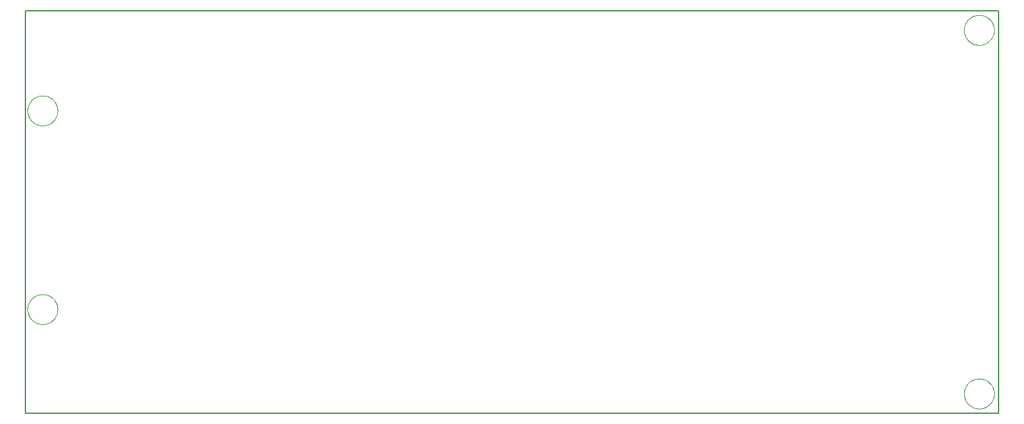
<source format=gko>
G75*
%MOIN*%
%OFA0B0*%
%FSLAX25Y25*%
%IPPOS*%
%LPD*%
%AMOC8*
5,1,8,0,0,1.08239X$1,22.5*
%
%ADD10C,0.00800*%
%ADD11C,0.00000*%
D10*
X0116670Y0035689D02*
X0627280Y0035689D01*
X0627280Y0246969D01*
X0116670Y0246969D01*
X0116670Y0035689D01*
D11*
X0117910Y0090236D02*
X0117912Y0090429D01*
X0117919Y0090622D01*
X0117931Y0090815D01*
X0117948Y0091008D01*
X0117969Y0091200D01*
X0117995Y0091391D01*
X0118026Y0091582D01*
X0118061Y0091772D01*
X0118101Y0091961D01*
X0118146Y0092149D01*
X0118195Y0092336D01*
X0118249Y0092522D01*
X0118307Y0092706D01*
X0118370Y0092889D01*
X0118438Y0093070D01*
X0118509Y0093249D01*
X0118586Y0093427D01*
X0118666Y0093603D01*
X0118751Y0093776D01*
X0118840Y0093948D01*
X0118933Y0094117D01*
X0119030Y0094284D01*
X0119132Y0094449D01*
X0119237Y0094611D01*
X0119346Y0094770D01*
X0119460Y0094927D01*
X0119577Y0095080D01*
X0119697Y0095231D01*
X0119822Y0095379D01*
X0119950Y0095524D01*
X0120081Y0095665D01*
X0120216Y0095804D01*
X0120355Y0095939D01*
X0120496Y0096070D01*
X0120641Y0096198D01*
X0120789Y0096323D01*
X0120940Y0096443D01*
X0121093Y0096560D01*
X0121250Y0096674D01*
X0121409Y0096783D01*
X0121571Y0096888D01*
X0121736Y0096990D01*
X0121903Y0097087D01*
X0122072Y0097180D01*
X0122244Y0097269D01*
X0122417Y0097354D01*
X0122593Y0097434D01*
X0122771Y0097511D01*
X0122950Y0097582D01*
X0123131Y0097650D01*
X0123314Y0097713D01*
X0123498Y0097771D01*
X0123684Y0097825D01*
X0123871Y0097874D01*
X0124059Y0097919D01*
X0124248Y0097959D01*
X0124438Y0097994D01*
X0124629Y0098025D01*
X0124820Y0098051D01*
X0125012Y0098072D01*
X0125205Y0098089D01*
X0125398Y0098101D01*
X0125591Y0098108D01*
X0125784Y0098110D01*
X0125977Y0098108D01*
X0126170Y0098101D01*
X0126363Y0098089D01*
X0126556Y0098072D01*
X0126748Y0098051D01*
X0126939Y0098025D01*
X0127130Y0097994D01*
X0127320Y0097959D01*
X0127509Y0097919D01*
X0127697Y0097874D01*
X0127884Y0097825D01*
X0128070Y0097771D01*
X0128254Y0097713D01*
X0128437Y0097650D01*
X0128618Y0097582D01*
X0128797Y0097511D01*
X0128975Y0097434D01*
X0129151Y0097354D01*
X0129324Y0097269D01*
X0129496Y0097180D01*
X0129665Y0097087D01*
X0129832Y0096990D01*
X0129997Y0096888D01*
X0130159Y0096783D01*
X0130318Y0096674D01*
X0130475Y0096560D01*
X0130628Y0096443D01*
X0130779Y0096323D01*
X0130927Y0096198D01*
X0131072Y0096070D01*
X0131213Y0095939D01*
X0131352Y0095804D01*
X0131487Y0095665D01*
X0131618Y0095524D01*
X0131746Y0095379D01*
X0131871Y0095231D01*
X0131991Y0095080D01*
X0132108Y0094927D01*
X0132222Y0094770D01*
X0132331Y0094611D01*
X0132436Y0094449D01*
X0132538Y0094284D01*
X0132635Y0094117D01*
X0132728Y0093948D01*
X0132817Y0093776D01*
X0132902Y0093603D01*
X0132982Y0093427D01*
X0133059Y0093249D01*
X0133130Y0093070D01*
X0133198Y0092889D01*
X0133261Y0092706D01*
X0133319Y0092522D01*
X0133373Y0092336D01*
X0133422Y0092149D01*
X0133467Y0091961D01*
X0133507Y0091772D01*
X0133542Y0091582D01*
X0133573Y0091391D01*
X0133599Y0091200D01*
X0133620Y0091008D01*
X0133637Y0090815D01*
X0133649Y0090622D01*
X0133656Y0090429D01*
X0133658Y0090236D01*
X0133656Y0090043D01*
X0133649Y0089850D01*
X0133637Y0089657D01*
X0133620Y0089464D01*
X0133599Y0089272D01*
X0133573Y0089081D01*
X0133542Y0088890D01*
X0133507Y0088700D01*
X0133467Y0088511D01*
X0133422Y0088323D01*
X0133373Y0088136D01*
X0133319Y0087950D01*
X0133261Y0087766D01*
X0133198Y0087583D01*
X0133130Y0087402D01*
X0133059Y0087223D01*
X0132982Y0087045D01*
X0132902Y0086869D01*
X0132817Y0086696D01*
X0132728Y0086524D01*
X0132635Y0086355D01*
X0132538Y0086188D01*
X0132436Y0086023D01*
X0132331Y0085861D01*
X0132222Y0085702D01*
X0132108Y0085545D01*
X0131991Y0085392D01*
X0131871Y0085241D01*
X0131746Y0085093D01*
X0131618Y0084948D01*
X0131487Y0084807D01*
X0131352Y0084668D01*
X0131213Y0084533D01*
X0131072Y0084402D01*
X0130927Y0084274D01*
X0130779Y0084149D01*
X0130628Y0084029D01*
X0130475Y0083912D01*
X0130318Y0083798D01*
X0130159Y0083689D01*
X0129997Y0083584D01*
X0129832Y0083482D01*
X0129665Y0083385D01*
X0129496Y0083292D01*
X0129324Y0083203D01*
X0129151Y0083118D01*
X0128975Y0083038D01*
X0128797Y0082961D01*
X0128618Y0082890D01*
X0128437Y0082822D01*
X0128254Y0082759D01*
X0128070Y0082701D01*
X0127884Y0082647D01*
X0127697Y0082598D01*
X0127509Y0082553D01*
X0127320Y0082513D01*
X0127130Y0082478D01*
X0126939Y0082447D01*
X0126748Y0082421D01*
X0126556Y0082400D01*
X0126363Y0082383D01*
X0126170Y0082371D01*
X0125977Y0082364D01*
X0125784Y0082362D01*
X0125591Y0082364D01*
X0125398Y0082371D01*
X0125205Y0082383D01*
X0125012Y0082400D01*
X0124820Y0082421D01*
X0124629Y0082447D01*
X0124438Y0082478D01*
X0124248Y0082513D01*
X0124059Y0082553D01*
X0123871Y0082598D01*
X0123684Y0082647D01*
X0123498Y0082701D01*
X0123314Y0082759D01*
X0123131Y0082822D01*
X0122950Y0082890D01*
X0122771Y0082961D01*
X0122593Y0083038D01*
X0122417Y0083118D01*
X0122244Y0083203D01*
X0122072Y0083292D01*
X0121903Y0083385D01*
X0121736Y0083482D01*
X0121571Y0083584D01*
X0121409Y0083689D01*
X0121250Y0083798D01*
X0121093Y0083912D01*
X0120940Y0084029D01*
X0120789Y0084149D01*
X0120641Y0084274D01*
X0120496Y0084402D01*
X0120355Y0084533D01*
X0120216Y0084668D01*
X0120081Y0084807D01*
X0119950Y0084948D01*
X0119822Y0085093D01*
X0119697Y0085241D01*
X0119577Y0085392D01*
X0119460Y0085545D01*
X0119346Y0085702D01*
X0119237Y0085861D01*
X0119132Y0086023D01*
X0119030Y0086188D01*
X0118933Y0086355D01*
X0118840Y0086524D01*
X0118751Y0086696D01*
X0118666Y0086869D01*
X0118586Y0087045D01*
X0118509Y0087223D01*
X0118438Y0087402D01*
X0118370Y0087583D01*
X0118307Y0087766D01*
X0118249Y0087950D01*
X0118195Y0088136D01*
X0118146Y0088323D01*
X0118101Y0088511D01*
X0118061Y0088700D01*
X0118026Y0088890D01*
X0117995Y0089081D01*
X0117969Y0089272D01*
X0117948Y0089464D01*
X0117931Y0089657D01*
X0117919Y0089850D01*
X0117912Y0090043D01*
X0117910Y0090236D01*
X0117910Y0194567D02*
X0117912Y0194760D01*
X0117919Y0194953D01*
X0117931Y0195146D01*
X0117948Y0195339D01*
X0117969Y0195531D01*
X0117995Y0195722D01*
X0118026Y0195913D01*
X0118061Y0196103D01*
X0118101Y0196292D01*
X0118146Y0196480D01*
X0118195Y0196667D01*
X0118249Y0196853D01*
X0118307Y0197037D01*
X0118370Y0197220D01*
X0118438Y0197401D01*
X0118509Y0197580D01*
X0118586Y0197758D01*
X0118666Y0197934D01*
X0118751Y0198107D01*
X0118840Y0198279D01*
X0118933Y0198448D01*
X0119030Y0198615D01*
X0119132Y0198780D01*
X0119237Y0198942D01*
X0119346Y0199101D01*
X0119460Y0199258D01*
X0119577Y0199411D01*
X0119697Y0199562D01*
X0119822Y0199710D01*
X0119950Y0199855D01*
X0120081Y0199996D01*
X0120216Y0200135D01*
X0120355Y0200270D01*
X0120496Y0200401D01*
X0120641Y0200529D01*
X0120789Y0200654D01*
X0120940Y0200774D01*
X0121093Y0200891D01*
X0121250Y0201005D01*
X0121409Y0201114D01*
X0121571Y0201219D01*
X0121736Y0201321D01*
X0121903Y0201418D01*
X0122072Y0201511D01*
X0122244Y0201600D01*
X0122417Y0201685D01*
X0122593Y0201765D01*
X0122771Y0201842D01*
X0122950Y0201913D01*
X0123131Y0201981D01*
X0123314Y0202044D01*
X0123498Y0202102D01*
X0123684Y0202156D01*
X0123871Y0202205D01*
X0124059Y0202250D01*
X0124248Y0202290D01*
X0124438Y0202325D01*
X0124629Y0202356D01*
X0124820Y0202382D01*
X0125012Y0202403D01*
X0125205Y0202420D01*
X0125398Y0202432D01*
X0125591Y0202439D01*
X0125784Y0202441D01*
X0125977Y0202439D01*
X0126170Y0202432D01*
X0126363Y0202420D01*
X0126556Y0202403D01*
X0126748Y0202382D01*
X0126939Y0202356D01*
X0127130Y0202325D01*
X0127320Y0202290D01*
X0127509Y0202250D01*
X0127697Y0202205D01*
X0127884Y0202156D01*
X0128070Y0202102D01*
X0128254Y0202044D01*
X0128437Y0201981D01*
X0128618Y0201913D01*
X0128797Y0201842D01*
X0128975Y0201765D01*
X0129151Y0201685D01*
X0129324Y0201600D01*
X0129496Y0201511D01*
X0129665Y0201418D01*
X0129832Y0201321D01*
X0129997Y0201219D01*
X0130159Y0201114D01*
X0130318Y0201005D01*
X0130475Y0200891D01*
X0130628Y0200774D01*
X0130779Y0200654D01*
X0130927Y0200529D01*
X0131072Y0200401D01*
X0131213Y0200270D01*
X0131352Y0200135D01*
X0131487Y0199996D01*
X0131618Y0199855D01*
X0131746Y0199710D01*
X0131871Y0199562D01*
X0131991Y0199411D01*
X0132108Y0199258D01*
X0132222Y0199101D01*
X0132331Y0198942D01*
X0132436Y0198780D01*
X0132538Y0198615D01*
X0132635Y0198448D01*
X0132728Y0198279D01*
X0132817Y0198107D01*
X0132902Y0197934D01*
X0132982Y0197758D01*
X0133059Y0197580D01*
X0133130Y0197401D01*
X0133198Y0197220D01*
X0133261Y0197037D01*
X0133319Y0196853D01*
X0133373Y0196667D01*
X0133422Y0196480D01*
X0133467Y0196292D01*
X0133507Y0196103D01*
X0133542Y0195913D01*
X0133573Y0195722D01*
X0133599Y0195531D01*
X0133620Y0195339D01*
X0133637Y0195146D01*
X0133649Y0194953D01*
X0133656Y0194760D01*
X0133658Y0194567D01*
X0133656Y0194374D01*
X0133649Y0194181D01*
X0133637Y0193988D01*
X0133620Y0193795D01*
X0133599Y0193603D01*
X0133573Y0193412D01*
X0133542Y0193221D01*
X0133507Y0193031D01*
X0133467Y0192842D01*
X0133422Y0192654D01*
X0133373Y0192467D01*
X0133319Y0192281D01*
X0133261Y0192097D01*
X0133198Y0191914D01*
X0133130Y0191733D01*
X0133059Y0191554D01*
X0132982Y0191376D01*
X0132902Y0191200D01*
X0132817Y0191027D01*
X0132728Y0190855D01*
X0132635Y0190686D01*
X0132538Y0190519D01*
X0132436Y0190354D01*
X0132331Y0190192D01*
X0132222Y0190033D01*
X0132108Y0189876D01*
X0131991Y0189723D01*
X0131871Y0189572D01*
X0131746Y0189424D01*
X0131618Y0189279D01*
X0131487Y0189138D01*
X0131352Y0188999D01*
X0131213Y0188864D01*
X0131072Y0188733D01*
X0130927Y0188605D01*
X0130779Y0188480D01*
X0130628Y0188360D01*
X0130475Y0188243D01*
X0130318Y0188129D01*
X0130159Y0188020D01*
X0129997Y0187915D01*
X0129832Y0187813D01*
X0129665Y0187716D01*
X0129496Y0187623D01*
X0129324Y0187534D01*
X0129151Y0187449D01*
X0128975Y0187369D01*
X0128797Y0187292D01*
X0128618Y0187221D01*
X0128437Y0187153D01*
X0128254Y0187090D01*
X0128070Y0187032D01*
X0127884Y0186978D01*
X0127697Y0186929D01*
X0127509Y0186884D01*
X0127320Y0186844D01*
X0127130Y0186809D01*
X0126939Y0186778D01*
X0126748Y0186752D01*
X0126556Y0186731D01*
X0126363Y0186714D01*
X0126170Y0186702D01*
X0125977Y0186695D01*
X0125784Y0186693D01*
X0125591Y0186695D01*
X0125398Y0186702D01*
X0125205Y0186714D01*
X0125012Y0186731D01*
X0124820Y0186752D01*
X0124629Y0186778D01*
X0124438Y0186809D01*
X0124248Y0186844D01*
X0124059Y0186884D01*
X0123871Y0186929D01*
X0123684Y0186978D01*
X0123498Y0187032D01*
X0123314Y0187090D01*
X0123131Y0187153D01*
X0122950Y0187221D01*
X0122771Y0187292D01*
X0122593Y0187369D01*
X0122417Y0187449D01*
X0122244Y0187534D01*
X0122072Y0187623D01*
X0121903Y0187716D01*
X0121736Y0187813D01*
X0121571Y0187915D01*
X0121409Y0188020D01*
X0121250Y0188129D01*
X0121093Y0188243D01*
X0120940Y0188360D01*
X0120789Y0188480D01*
X0120641Y0188605D01*
X0120496Y0188733D01*
X0120355Y0188864D01*
X0120216Y0188999D01*
X0120081Y0189138D01*
X0119950Y0189279D01*
X0119822Y0189424D01*
X0119697Y0189572D01*
X0119577Y0189723D01*
X0119460Y0189876D01*
X0119346Y0190033D01*
X0119237Y0190192D01*
X0119132Y0190354D01*
X0119030Y0190519D01*
X0118933Y0190686D01*
X0118840Y0190855D01*
X0118751Y0191027D01*
X0118666Y0191200D01*
X0118586Y0191376D01*
X0118509Y0191554D01*
X0118438Y0191733D01*
X0118370Y0191914D01*
X0118307Y0192097D01*
X0118249Y0192281D01*
X0118195Y0192467D01*
X0118146Y0192654D01*
X0118101Y0192842D01*
X0118061Y0193031D01*
X0118026Y0193221D01*
X0117995Y0193412D01*
X0117969Y0193603D01*
X0117948Y0193795D01*
X0117931Y0193988D01*
X0117919Y0194181D01*
X0117912Y0194374D01*
X0117910Y0194567D01*
X0609052Y0236890D02*
X0609054Y0237083D01*
X0609061Y0237276D01*
X0609073Y0237469D01*
X0609090Y0237662D01*
X0609111Y0237854D01*
X0609137Y0238045D01*
X0609168Y0238236D01*
X0609203Y0238426D01*
X0609243Y0238615D01*
X0609288Y0238803D01*
X0609337Y0238990D01*
X0609391Y0239176D01*
X0609449Y0239360D01*
X0609512Y0239543D01*
X0609580Y0239724D01*
X0609651Y0239903D01*
X0609728Y0240081D01*
X0609808Y0240257D01*
X0609893Y0240430D01*
X0609982Y0240602D01*
X0610075Y0240771D01*
X0610172Y0240938D01*
X0610274Y0241103D01*
X0610379Y0241265D01*
X0610488Y0241424D01*
X0610602Y0241581D01*
X0610719Y0241734D01*
X0610839Y0241885D01*
X0610964Y0242033D01*
X0611092Y0242178D01*
X0611223Y0242319D01*
X0611358Y0242458D01*
X0611497Y0242593D01*
X0611638Y0242724D01*
X0611783Y0242852D01*
X0611931Y0242977D01*
X0612082Y0243097D01*
X0612235Y0243214D01*
X0612392Y0243328D01*
X0612551Y0243437D01*
X0612713Y0243542D01*
X0612878Y0243644D01*
X0613045Y0243741D01*
X0613214Y0243834D01*
X0613386Y0243923D01*
X0613559Y0244008D01*
X0613735Y0244088D01*
X0613913Y0244165D01*
X0614092Y0244236D01*
X0614273Y0244304D01*
X0614456Y0244367D01*
X0614640Y0244425D01*
X0614826Y0244479D01*
X0615013Y0244528D01*
X0615201Y0244573D01*
X0615390Y0244613D01*
X0615580Y0244648D01*
X0615771Y0244679D01*
X0615962Y0244705D01*
X0616154Y0244726D01*
X0616347Y0244743D01*
X0616540Y0244755D01*
X0616733Y0244762D01*
X0616926Y0244764D01*
X0617119Y0244762D01*
X0617312Y0244755D01*
X0617505Y0244743D01*
X0617698Y0244726D01*
X0617890Y0244705D01*
X0618081Y0244679D01*
X0618272Y0244648D01*
X0618462Y0244613D01*
X0618651Y0244573D01*
X0618839Y0244528D01*
X0619026Y0244479D01*
X0619212Y0244425D01*
X0619396Y0244367D01*
X0619579Y0244304D01*
X0619760Y0244236D01*
X0619939Y0244165D01*
X0620117Y0244088D01*
X0620293Y0244008D01*
X0620466Y0243923D01*
X0620638Y0243834D01*
X0620807Y0243741D01*
X0620974Y0243644D01*
X0621139Y0243542D01*
X0621301Y0243437D01*
X0621460Y0243328D01*
X0621617Y0243214D01*
X0621770Y0243097D01*
X0621921Y0242977D01*
X0622069Y0242852D01*
X0622214Y0242724D01*
X0622355Y0242593D01*
X0622494Y0242458D01*
X0622629Y0242319D01*
X0622760Y0242178D01*
X0622888Y0242033D01*
X0623013Y0241885D01*
X0623133Y0241734D01*
X0623250Y0241581D01*
X0623364Y0241424D01*
X0623473Y0241265D01*
X0623578Y0241103D01*
X0623680Y0240938D01*
X0623777Y0240771D01*
X0623870Y0240602D01*
X0623959Y0240430D01*
X0624044Y0240257D01*
X0624124Y0240081D01*
X0624201Y0239903D01*
X0624272Y0239724D01*
X0624340Y0239543D01*
X0624403Y0239360D01*
X0624461Y0239176D01*
X0624515Y0238990D01*
X0624564Y0238803D01*
X0624609Y0238615D01*
X0624649Y0238426D01*
X0624684Y0238236D01*
X0624715Y0238045D01*
X0624741Y0237854D01*
X0624762Y0237662D01*
X0624779Y0237469D01*
X0624791Y0237276D01*
X0624798Y0237083D01*
X0624800Y0236890D01*
X0624798Y0236697D01*
X0624791Y0236504D01*
X0624779Y0236311D01*
X0624762Y0236118D01*
X0624741Y0235926D01*
X0624715Y0235735D01*
X0624684Y0235544D01*
X0624649Y0235354D01*
X0624609Y0235165D01*
X0624564Y0234977D01*
X0624515Y0234790D01*
X0624461Y0234604D01*
X0624403Y0234420D01*
X0624340Y0234237D01*
X0624272Y0234056D01*
X0624201Y0233877D01*
X0624124Y0233699D01*
X0624044Y0233523D01*
X0623959Y0233350D01*
X0623870Y0233178D01*
X0623777Y0233009D01*
X0623680Y0232842D01*
X0623578Y0232677D01*
X0623473Y0232515D01*
X0623364Y0232356D01*
X0623250Y0232199D01*
X0623133Y0232046D01*
X0623013Y0231895D01*
X0622888Y0231747D01*
X0622760Y0231602D01*
X0622629Y0231461D01*
X0622494Y0231322D01*
X0622355Y0231187D01*
X0622214Y0231056D01*
X0622069Y0230928D01*
X0621921Y0230803D01*
X0621770Y0230683D01*
X0621617Y0230566D01*
X0621460Y0230452D01*
X0621301Y0230343D01*
X0621139Y0230238D01*
X0620974Y0230136D01*
X0620807Y0230039D01*
X0620638Y0229946D01*
X0620466Y0229857D01*
X0620293Y0229772D01*
X0620117Y0229692D01*
X0619939Y0229615D01*
X0619760Y0229544D01*
X0619579Y0229476D01*
X0619396Y0229413D01*
X0619212Y0229355D01*
X0619026Y0229301D01*
X0618839Y0229252D01*
X0618651Y0229207D01*
X0618462Y0229167D01*
X0618272Y0229132D01*
X0618081Y0229101D01*
X0617890Y0229075D01*
X0617698Y0229054D01*
X0617505Y0229037D01*
X0617312Y0229025D01*
X0617119Y0229018D01*
X0616926Y0229016D01*
X0616733Y0229018D01*
X0616540Y0229025D01*
X0616347Y0229037D01*
X0616154Y0229054D01*
X0615962Y0229075D01*
X0615771Y0229101D01*
X0615580Y0229132D01*
X0615390Y0229167D01*
X0615201Y0229207D01*
X0615013Y0229252D01*
X0614826Y0229301D01*
X0614640Y0229355D01*
X0614456Y0229413D01*
X0614273Y0229476D01*
X0614092Y0229544D01*
X0613913Y0229615D01*
X0613735Y0229692D01*
X0613559Y0229772D01*
X0613386Y0229857D01*
X0613214Y0229946D01*
X0613045Y0230039D01*
X0612878Y0230136D01*
X0612713Y0230238D01*
X0612551Y0230343D01*
X0612392Y0230452D01*
X0612235Y0230566D01*
X0612082Y0230683D01*
X0611931Y0230803D01*
X0611783Y0230928D01*
X0611638Y0231056D01*
X0611497Y0231187D01*
X0611358Y0231322D01*
X0611223Y0231461D01*
X0611092Y0231602D01*
X0610964Y0231747D01*
X0610839Y0231895D01*
X0610719Y0232046D01*
X0610602Y0232199D01*
X0610488Y0232356D01*
X0610379Y0232515D01*
X0610274Y0232677D01*
X0610172Y0232842D01*
X0610075Y0233009D01*
X0609982Y0233178D01*
X0609893Y0233350D01*
X0609808Y0233523D01*
X0609728Y0233699D01*
X0609651Y0233877D01*
X0609580Y0234056D01*
X0609512Y0234237D01*
X0609449Y0234420D01*
X0609391Y0234604D01*
X0609337Y0234790D01*
X0609288Y0234977D01*
X0609243Y0235165D01*
X0609203Y0235354D01*
X0609168Y0235544D01*
X0609137Y0235735D01*
X0609111Y0235926D01*
X0609090Y0236118D01*
X0609073Y0236311D01*
X0609061Y0236504D01*
X0609054Y0236697D01*
X0609052Y0236890D01*
X0609052Y0045945D02*
X0609054Y0046138D01*
X0609061Y0046331D01*
X0609073Y0046524D01*
X0609090Y0046717D01*
X0609111Y0046909D01*
X0609137Y0047100D01*
X0609168Y0047291D01*
X0609203Y0047481D01*
X0609243Y0047670D01*
X0609288Y0047858D01*
X0609337Y0048045D01*
X0609391Y0048231D01*
X0609449Y0048415D01*
X0609512Y0048598D01*
X0609580Y0048779D01*
X0609651Y0048958D01*
X0609728Y0049136D01*
X0609808Y0049312D01*
X0609893Y0049485D01*
X0609982Y0049657D01*
X0610075Y0049826D01*
X0610172Y0049993D01*
X0610274Y0050158D01*
X0610379Y0050320D01*
X0610488Y0050479D01*
X0610602Y0050636D01*
X0610719Y0050789D01*
X0610839Y0050940D01*
X0610964Y0051088D01*
X0611092Y0051233D01*
X0611223Y0051374D01*
X0611358Y0051513D01*
X0611497Y0051648D01*
X0611638Y0051779D01*
X0611783Y0051907D01*
X0611931Y0052032D01*
X0612082Y0052152D01*
X0612235Y0052269D01*
X0612392Y0052383D01*
X0612551Y0052492D01*
X0612713Y0052597D01*
X0612878Y0052699D01*
X0613045Y0052796D01*
X0613214Y0052889D01*
X0613386Y0052978D01*
X0613559Y0053063D01*
X0613735Y0053143D01*
X0613913Y0053220D01*
X0614092Y0053291D01*
X0614273Y0053359D01*
X0614456Y0053422D01*
X0614640Y0053480D01*
X0614826Y0053534D01*
X0615013Y0053583D01*
X0615201Y0053628D01*
X0615390Y0053668D01*
X0615580Y0053703D01*
X0615771Y0053734D01*
X0615962Y0053760D01*
X0616154Y0053781D01*
X0616347Y0053798D01*
X0616540Y0053810D01*
X0616733Y0053817D01*
X0616926Y0053819D01*
X0617119Y0053817D01*
X0617312Y0053810D01*
X0617505Y0053798D01*
X0617698Y0053781D01*
X0617890Y0053760D01*
X0618081Y0053734D01*
X0618272Y0053703D01*
X0618462Y0053668D01*
X0618651Y0053628D01*
X0618839Y0053583D01*
X0619026Y0053534D01*
X0619212Y0053480D01*
X0619396Y0053422D01*
X0619579Y0053359D01*
X0619760Y0053291D01*
X0619939Y0053220D01*
X0620117Y0053143D01*
X0620293Y0053063D01*
X0620466Y0052978D01*
X0620638Y0052889D01*
X0620807Y0052796D01*
X0620974Y0052699D01*
X0621139Y0052597D01*
X0621301Y0052492D01*
X0621460Y0052383D01*
X0621617Y0052269D01*
X0621770Y0052152D01*
X0621921Y0052032D01*
X0622069Y0051907D01*
X0622214Y0051779D01*
X0622355Y0051648D01*
X0622494Y0051513D01*
X0622629Y0051374D01*
X0622760Y0051233D01*
X0622888Y0051088D01*
X0623013Y0050940D01*
X0623133Y0050789D01*
X0623250Y0050636D01*
X0623364Y0050479D01*
X0623473Y0050320D01*
X0623578Y0050158D01*
X0623680Y0049993D01*
X0623777Y0049826D01*
X0623870Y0049657D01*
X0623959Y0049485D01*
X0624044Y0049312D01*
X0624124Y0049136D01*
X0624201Y0048958D01*
X0624272Y0048779D01*
X0624340Y0048598D01*
X0624403Y0048415D01*
X0624461Y0048231D01*
X0624515Y0048045D01*
X0624564Y0047858D01*
X0624609Y0047670D01*
X0624649Y0047481D01*
X0624684Y0047291D01*
X0624715Y0047100D01*
X0624741Y0046909D01*
X0624762Y0046717D01*
X0624779Y0046524D01*
X0624791Y0046331D01*
X0624798Y0046138D01*
X0624800Y0045945D01*
X0624798Y0045752D01*
X0624791Y0045559D01*
X0624779Y0045366D01*
X0624762Y0045173D01*
X0624741Y0044981D01*
X0624715Y0044790D01*
X0624684Y0044599D01*
X0624649Y0044409D01*
X0624609Y0044220D01*
X0624564Y0044032D01*
X0624515Y0043845D01*
X0624461Y0043659D01*
X0624403Y0043475D01*
X0624340Y0043292D01*
X0624272Y0043111D01*
X0624201Y0042932D01*
X0624124Y0042754D01*
X0624044Y0042578D01*
X0623959Y0042405D01*
X0623870Y0042233D01*
X0623777Y0042064D01*
X0623680Y0041897D01*
X0623578Y0041732D01*
X0623473Y0041570D01*
X0623364Y0041411D01*
X0623250Y0041254D01*
X0623133Y0041101D01*
X0623013Y0040950D01*
X0622888Y0040802D01*
X0622760Y0040657D01*
X0622629Y0040516D01*
X0622494Y0040377D01*
X0622355Y0040242D01*
X0622214Y0040111D01*
X0622069Y0039983D01*
X0621921Y0039858D01*
X0621770Y0039738D01*
X0621617Y0039621D01*
X0621460Y0039507D01*
X0621301Y0039398D01*
X0621139Y0039293D01*
X0620974Y0039191D01*
X0620807Y0039094D01*
X0620638Y0039001D01*
X0620466Y0038912D01*
X0620293Y0038827D01*
X0620117Y0038747D01*
X0619939Y0038670D01*
X0619760Y0038599D01*
X0619579Y0038531D01*
X0619396Y0038468D01*
X0619212Y0038410D01*
X0619026Y0038356D01*
X0618839Y0038307D01*
X0618651Y0038262D01*
X0618462Y0038222D01*
X0618272Y0038187D01*
X0618081Y0038156D01*
X0617890Y0038130D01*
X0617698Y0038109D01*
X0617505Y0038092D01*
X0617312Y0038080D01*
X0617119Y0038073D01*
X0616926Y0038071D01*
X0616733Y0038073D01*
X0616540Y0038080D01*
X0616347Y0038092D01*
X0616154Y0038109D01*
X0615962Y0038130D01*
X0615771Y0038156D01*
X0615580Y0038187D01*
X0615390Y0038222D01*
X0615201Y0038262D01*
X0615013Y0038307D01*
X0614826Y0038356D01*
X0614640Y0038410D01*
X0614456Y0038468D01*
X0614273Y0038531D01*
X0614092Y0038599D01*
X0613913Y0038670D01*
X0613735Y0038747D01*
X0613559Y0038827D01*
X0613386Y0038912D01*
X0613214Y0039001D01*
X0613045Y0039094D01*
X0612878Y0039191D01*
X0612713Y0039293D01*
X0612551Y0039398D01*
X0612392Y0039507D01*
X0612235Y0039621D01*
X0612082Y0039738D01*
X0611931Y0039858D01*
X0611783Y0039983D01*
X0611638Y0040111D01*
X0611497Y0040242D01*
X0611358Y0040377D01*
X0611223Y0040516D01*
X0611092Y0040657D01*
X0610964Y0040802D01*
X0610839Y0040950D01*
X0610719Y0041101D01*
X0610602Y0041254D01*
X0610488Y0041411D01*
X0610379Y0041570D01*
X0610274Y0041732D01*
X0610172Y0041897D01*
X0610075Y0042064D01*
X0609982Y0042233D01*
X0609893Y0042405D01*
X0609808Y0042578D01*
X0609728Y0042754D01*
X0609651Y0042932D01*
X0609580Y0043111D01*
X0609512Y0043292D01*
X0609449Y0043475D01*
X0609391Y0043659D01*
X0609337Y0043845D01*
X0609288Y0044032D01*
X0609243Y0044220D01*
X0609203Y0044409D01*
X0609168Y0044599D01*
X0609137Y0044790D01*
X0609111Y0044981D01*
X0609090Y0045173D01*
X0609073Y0045366D01*
X0609061Y0045559D01*
X0609054Y0045752D01*
X0609052Y0045945D01*
M02*

</source>
